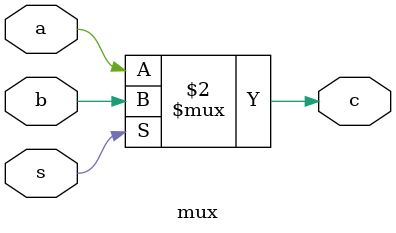
<source format=v>
module mux(a,b,s,c);
input a,b,s;
output c;

assign c=(s==1'b0)?a:b;

endmodule


</source>
